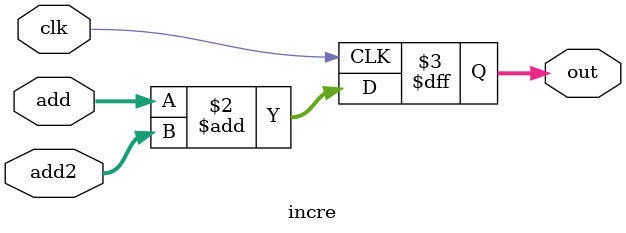
<source format=v>

`timescale 1us/1us

module incre (
  input clk,
  input [3:0] add,
  input [3:0] add2,
  output reg[3:0] out
);

always @(posedge clk) begin
  out <= add + add2;
end

endmodule

</source>
